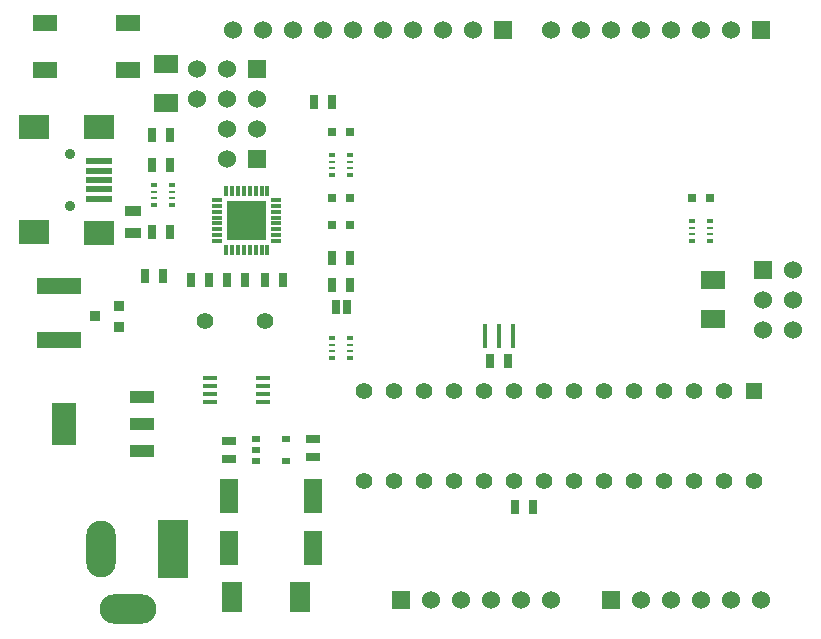
<source format=gts>
G04 (created by PCBNEW (2013-07-07 BZR 4022)-stable) date Sun 28 Jul 2013 12:26:32 PM NZST*
%MOIN*%
G04 Gerber Fmt 3.4, Leading zero omitted, Abs format*
%FSLAX34Y34*%
G01*
G70*
G90*
G04 APERTURE LIST*
%ADD10C,0.00590551*%
%ADD11R,0.06X0.06*%
%ADD12C,0.06*%
%ADD13C,0.0354*%
%ADD14R,0.0984X0.0787*%
%ADD15R,0.0906X0.0197*%
%ADD16R,0.0787402X0.0551181*%
%ADD17R,0.03X0.02*%
%ADD18R,0.08X0.144*%
%ADD19R,0.08X0.04*%
%ADD20R,0.15X0.055*%
%ADD21R,0.08X0.06*%
%ADD22R,0.025X0.045*%
%ADD23R,0.045X0.025*%
%ADD24R,0.0314X0.0314*%
%ADD25C,0.056*%
%ADD26R,0.07X0.1*%
%ADD27C,0.055*%
%ADD28R,0.055X0.055*%
%ADD29R,0.015748X0.0787402*%
%ADD30R,0.063X0.1181*%
%ADD31R,0.05X0.016*%
%ADD32R,0.055X0.035*%
%ADD33R,0.036X0.036*%
%ADD34R,0.019685X0.0167323*%
%ADD35R,0.019685X0.00984252*%
%ADD36O,0.0984252X0.189*%
%ADD37R,0.0984252X0.19685*%
%ADD38O,0.189X0.0984252*%
%ADD39R,0.037874X0.017874*%
%ADD40R,0.017874X0.037874*%
%ADD41R,0.0708661X0.0708661*%
G04 APERTURE END LIST*
G54D10*
G54D11*
X18200Y-12300D03*
G54D12*
X18200Y-13300D03*
X17200Y-12300D03*
X17200Y-13300D03*
X16200Y-12300D03*
X16200Y-13300D03*
G54D13*
X11950Y-16866D03*
X11950Y-15134D03*
G54D14*
X10769Y-17732D03*
X10769Y-14248D03*
X12934Y-17752D03*
X12934Y-14248D03*
G54D15*
X12934Y-16000D03*
X12934Y-15685D03*
X12934Y-15370D03*
X12934Y-16315D03*
X12934Y-16630D03*
G54D16*
X13877Y-12337D03*
X13877Y-10762D03*
X11122Y-10762D03*
X11122Y-12337D03*
G54D17*
X18150Y-24625D03*
X18150Y-25375D03*
X19150Y-24625D03*
X18150Y-25000D03*
X19150Y-25375D03*
G54D18*
X11750Y-24150D03*
G54D19*
X14350Y-24150D03*
X14350Y-23250D03*
X14350Y-25050D03*
G54D20*
X11600Y-19550D03*
X11600Y-21350D03*
G54D21*
X33400Y-19350D03*
X33400Y-20650D03*
X15150Y-13450D03*
X15150Y-12150D03*
G54D22*
X20700Y-19500D03*
X21300Y-19500D03*
X20700Y-18600D03*
X21300Y-18600D03*
X15300Y-14500D03*
X14700Y-14500D03*
G54D23*
X17250Y-25300D03*
X17250Y-24700D03*
G54D22*
X18450Y-19350D03*
X19050Y-19350D03*
G54D23*
X20050Y-24650D03*
X20050Y-25250D03*
G54D22*
X14450Y-19200D03*
X15050Y-19200D03*
X26800Y-26900D03*
X27400Y-26900D03*
X16600Y-19350D03*
X16000Y-19350D03*
X15300Y-15500D03*
X14700Y-15500D03*
X15300Y-17750D03*
X14700Y-17750D03*
X25950Y-22050D03*
X26550Y-22050D03*
G54D11*
X18200Y-15300D03*
G54D12*
X17200Y-15300D03*
X18200Y-14300D03*
X17200Y-14300D03*
G54D24*
X21295Y-16600D03*
X20705Y-16600D03*
X20705Y-14400D03*
X21295Y-14400D03*
X21295Y-17500D03*
X20705Y-17500D03*
X32705Y-16600D03*
X33295Y-16600D03*
G54D22*
X20812Y-20250D03*
X21187Y-20250D03*
G54D25*
X16450Y-20700D03*
X18450Y-20700D03*
G54D26*
X17370Y-29900D03*
X19630Y-29900D03*
G54D27*
X33750Y-23050D03*
X32750Y-23050D03*
X31750Y-23050D03*
X30750Y-23050D03*
X29750Y-23050D03*
X28750Y-23050D03*
X27750Y-23050D03*
X26750Y-23050D03*
X25750Y-23050D03*
X24750Y-23050D03*
X23750Y-23050D03*
X22750Y-23050D03*
X21750Y-23050D03*
G54D28*
X34750Y-23050D03*
G54D27*
X21750Y-26050D03*
X22750Y-26050D03*
X23750Y-26050D03*
X24750Y-26050D03*
X25750Y-26050D03*
X26750Y-26050D03*
X27750Y-26050D03*
X28750Y-26050D03*
X29750Y-26050D03*
X30750Y-26050D03*
X31750Y-26050D03*
X32750Y-26050D03*
X33750Y-26050D03*
X34750Y-26050D03*
G54D29*
X26250Y-21200D03*
X26722Y-21200D03*
X25777Y-21200D03*
G54D30*
X17250Y-26534D03*
X17250Y-28266D03*
X20050Y-26534D03*
X20050Y-28266D03*
G54D31*
X18375Y-23385D03*
X18375Y-23130D03*
X18375Y-22870D03*
X18375Y-22615D03*
X16625Y-22615D03*
X16625Y-22870D03*
X16625Y-23130D03*
X16625Y-23385D03*
G54D32*
X14050Y-17775D03*
X14050Y-17025D03*
G54D22*
X17800Y-19350D03*
X17200Y-19350D03*
G54D33*
X13600Y-20200D03*
X13600Y-20900D03*
X12800Y-20550D03*
G54D22*
X20100Y-13400D03*
X20700Y-13400D03*
G54D34*
X20704Y-21933D03*
X20704Y-21266D03*
G54D35*
X20704Y-21698D03*
X20704Y-21501D03*
G54D34*
X21295Y-21933D03*
X21295Y-21266D03*
G54D35*
X21295Y-21698D03*
X21295Y-21501D03*
G54D34*
X14754Y-16833D03*
X14754Y-16166D03*
G54D35*
X14754Y-16598D03*
X14754Y-16401D03*
G54D34*
X15345Y-16833D03*
X15345Y-16166D03*
G54D35*
X15345Y-16598D03*
X15345Y-16401D03*
G54D34*
X21295Y-15166D03*
X21295Y-15833D03*
G54D35*
X21295Y-15401D03*
X21295Y-15598D03*
G54D34*
X20704Y-15166D03*
X20704Y-15833D03*
G54D35*
X20704Y-15401D03*
X20704Y-15598D03*
G54D34*
X32704Y-18033D03*
X32704Y-17366D03*
G54D35*
X32704Y-17798D03*
X32704Y-17601D03*
G54D34*
X33295Y-18033D03*
X33295Y-17366D03*
G54D35*
X33295Y-17798D03*
X33295Y-17601D03*
G54D11*
X35000Y-11000D03*
G54D12*
X34000Y-11000D03*
X33000Y-11000D03*
X32000Y-11000D03*
X31000Y-11000D03*
X30000Y-11000D03*
X29000Y-11000D03*
X28000Y-11000D03*
G54D11*
X30000Y-30000D03*
G54D12*
X31000Y-30000D03*
X32000Y-30000D03*
X33000Y-30000D03*
X34000Y-30000D03*
X35000Y-30000D03*
G54D11*
X26400Y-11000D03*
G54D12*
X25400Y-11000D03*
X24400Y-11000D03*
X23400Y-11000D03*
X22400Y-11000D03*
X21400Y-11000D03*
X20400Y-11000D03*
X19400Y-11000D03*
X18400Y-11000D03*
X17400Y-11000D03*
G54D11*
X35050Y-19000D03*
G54D12*
X36050Y-19000D03*
X35050Y-20000D03*
X36050Y-20000D03*
X35050Y-21000D03*
X36050Y-21000D03*
G54D36*
X13000Y-28300D03*
G54D37*
X15400Y-28300D03*
G54D38*
X13900Y-30300D03*
G54D39*
X16866Y-17842D03*
X16866Y-17645D03*
X16866Y-17448D03*
X16866Y-18039D03*
G54D40*
X17161Y-18334D03*
X17358Y-18334D03*
X17555Y-18334D03*
X17752Y-18334D03*
X17948Y-18334D03*
X18145Y-18334D03*
X18342Y-18334D03*
X18539Y-18334D03*
G54D39*
X18834Y-16661D03*
X18834Y-18039D03*
X18834Y-17842D03*
X18834Y-17645D03*
X18834Y-17448D03*
X18834Y-17252D03*
X18834Y-17055D03*
X18834Y-16858D03*
G54D40*
X18539Y-16366D03*
X18342Y-16366D03*
X18145Y-16366D03*
X17948Y-16366D03*
X17752Y-16366D03*
X17555Y-16366D03*
X17358Y-16366D03*
X17161Y-16366D03*
G54D39*
X16866Y-16661D03*
X16866Y-16858D03*
X16866Y-17055D03*
X16866Y-17252D03*
G54D41*
X17535Y-17664D03*
X17535Y-17035D03*
X18164Y-17664D03*
X18164Y-17035D03*
G54D11*
X23000Y-30000D03*
G54D12*
X24000Y-30000D03*
X25000Y-30000D03*
X26000Y-30000D03*
X27000Y-30000D03*
X28000Y-30000D03*
M02*

</source>
